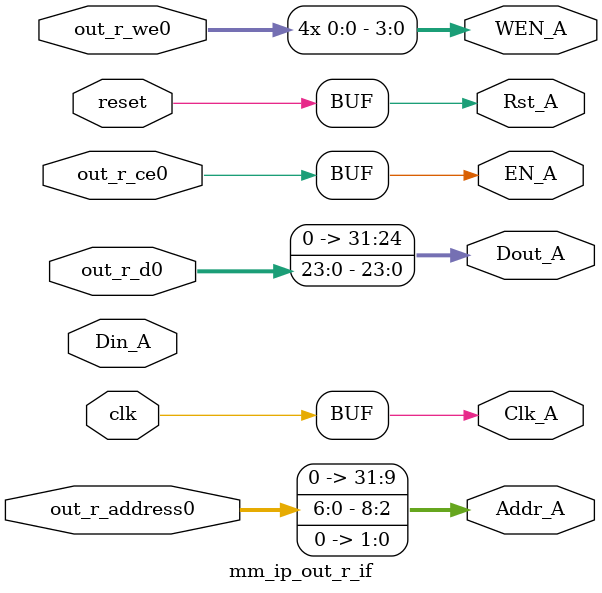
<source format=v>


`timescale 1ns/1ps

module mm_ip_out_r_if (
    // system singals
    input  wire        clk,
    input  wire        reset,
    // user signals
    input  wire [6:0]  out_r_address0,
    input  wire        out_r_ce0,
    input  wire        out_r_we0,
    input  wire [23:0] out_r_d0,
    // bus signals
    output wire        Clk_A,
    output wire        Rst_A,
    output wire        EN_A,
    output wire [3:0]  WEN_A,
    output wire [31:0] Addr_A,
    output wire [31:0] Dout_A,
    input  wire [31:0] Din_A
);
//------------------------Body---------------------------
assign Clk_A  = clk;
assign Rst_A  = reset;
assign EN_A   = out_r_ce0;
assign Addr_A = {out_r_address0, 2'b0};
assign WEN_A  = {4{out_r_we0}};
assign Dout_A = out_r_d0;

endmodule

</source>
